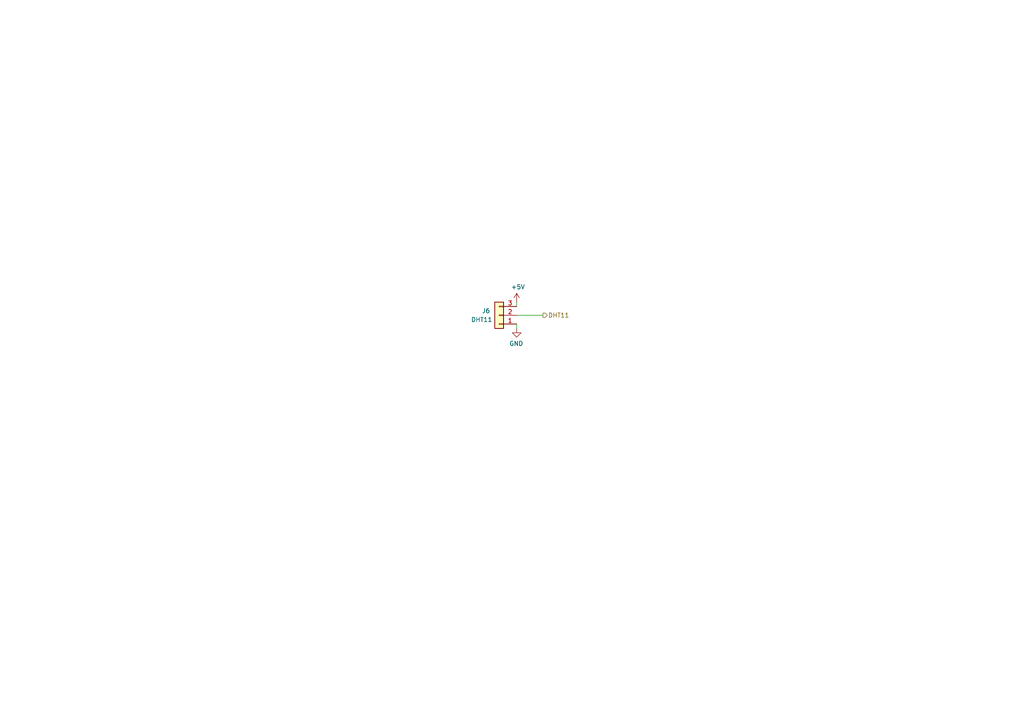
<source format=kicad_sch>
(kicad_sch (version 20211123) (generator eeschema)
  (paper "A4")
  (lib_symbols
    (symbol "Connector_Generic:Conn_01x03" (pin_names (offset 1.016) hide)
      (property "Reference" "J" (at 0 5.08 0))
      (property "Value" "Conn_01x03" (at 0 -5.08 0))
      (symbol "Conn_01x03_1_1"
        (rectangle (start -1.27 -2.413) (end 0 -2.667) (stroke (width 0.1524)))
        (rectangle (start -1.27 0.127) (end 0 -0.127) (stroke (width 0.1524)))
        (rectangle (start -1.27 2.667) (end 0 2.413) (stroke (width 0.1524)))
        (rectangle (start -1.27 3.81) (end 1.27 -3.81) (stroke (width 0.254)) (fill (type background)))
        (pin passive line (at -5.08 2.54 0) (length 3.81) (name "Pin_1") (number "1"))
        (pin passive line (at -5.08 0 0) (length 3.81) (name "Pin_2") (number "2"))
        (pin passive line (at -5.08 -2.54 0) (length 3.81) (name "Pin_3") (number "3"))
      )
    )
    (symbol "power:+5V" (power) (pin_names (offset 0))
      (property "Value" "+5V" (at 0 3.556 0))
      (symbol "+5V_0_1"
        (polyline (pts (xy -0.762 1.27) (xy 0 2.54)))
        (polyline (pts (xy 0 0) (xy 0 2.54)))
        (polyline (pts (xy 0 2.54) (xy 0.762 1.27)))
      )
      (symbol "+5V_1_1"
        (pin power_in line (at 0 0 90) (length 0) hide (name "+5V") (number "1"))
      )
    )
    (symbol "power:GND" (power) (pin_names (offset 0))
      (property "Value" "GND" (at 0 -3.81 0))
      (symbol "GND_0_1"
        (polyline (pts (xy 0 0) (xy 0 -1.27) (xy 1.27 -1.27) (xy 0 -2.54) (xy -1.27 -1.27) (xy 0 -1.27)))
      )
      (symbol "GND_1_1"
        (pin power_in line (at 0 0 270) (length 0) hide (name "GND") (number "1"))
      )
    )
  )
  (wire (pts (xy 149.86 87.63) (xy 149.86 88.9)))
  (wire (pts (xy 157.48 91.44) (xy 149.86 91.44)))
  (wire (pts (xy 149.86 93.98) (xy 149.86 95.25)))
  (hierarchical_label "DHT11" (shape output) (at 157.48 91.44 0))
  (symbol (lib_id "Connector_Generic:Conn_01x03") (at 144.78 91.44 180)
    (property "Reference" "J6" (at 140.97 90.17 0))
    (property "Value" "DHT11" (at 139.7 92.71 0))
    (property "Footprint" "Connector_PinHeader_2.54mm:PinHeader_1x03_P2.54mm_Horizontal" (effects hide))
    (property "PartNumber" "2011-1X03G00SD025B" (effects hide))
  )
  (symbol (lib_id "power:GND") (at 149.86 95.25 0) (mirror y)
    (property "Reference" "#PWR014" (effects hide))
    (property "Value" "GND" (at 149.733 99.6442 0))
  )
  (symbol (lib_id "power:+5V") (at 149.86 87.63 0)
    (property "Reference" "#PWR013" (effects hide))
    (property "Value" "+5V" (at 150.241 83.2358 0))
  )
)
</source>
